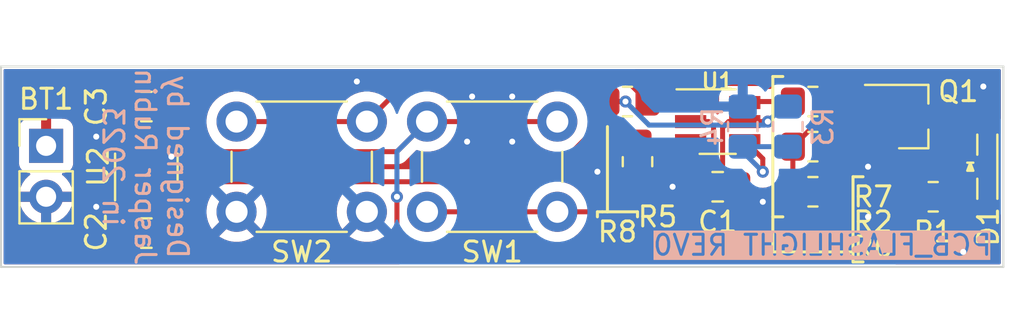
<source format=kicad_pcb>
(kicad_pcb (version 20221018) (generator pcbnew)
  (title_block (title "PCB_Flashlight") (rev "0") (company "Jasper Rubin"))
  (layers (0 "F.Cu" signal) (31 "B.Cu" signal) (34 "B.Paste" user) (35 "F.Paste" user) (36 "B.SilkS" user "B.Silkscreen") (37 "F.SilkS" user "F.Silkscreen") (38 "B.Mask" user) (39 "F.Mask" user) (44 "Edge.Cuts" user))
  (property "REVISION" "1")
  (net 0 "")
  (net 1 "+9V")
  (net 2 "GND")
  (net 3 "+5V")
  (net 4 "Net-(D1-K)")
  (net 5 "Net-(D1-A)")
  (net 6 "/LED_ON")
  (net 7 "Net-(U1-DIV)")
  (net 8 "Net-(U1-SET)")
  (net 9 "Net-(R6-Pad1)")
  (net 10 "Net-(U1-OUT)")
  (net 11 "/BLINK_nON")
  (footprint "Resistor_SMD:R_0805_2012Metric_Pad1.20x1.40mm_HandSolder" (layer "F.Cu") (at 90.5 146.25 180)
    (fp_text reference "R6" (at -3 -2.75) (layer "F.SilkS"))
    (fp_text value "10k")
    (fp_line (start -0.227064 -0.735) (end 0.227064 -0.735) (stroke (width 0.12)) (layer "F.SilkS"))
    (fp_line (start -0.227064 0.735) (end 0.227064 0.735) (stroke (width 0.12)) (layer "F.SilkS"))
    (pad "1" smd roundrect (at -1 0 180) (size 1.2 1.4) (layers "F.Cu" "F.Paste" "F.Mask") (roundrect_rratio 0.208333) (net 9 "Net-(R6-Pad1)"))
    (pad "2" smd roundrect (at 1 0 180) (size 1.2 1.4) (layers "F.Cu" "F.Paste" "F.Mask") (roundrect_rratio 0.208333) (net 6 "/LED_ON"))
  )
  (footprint "Capacitor_SMD:C_0805_2012Metric_Pad1.18x1.45mm_HandSolder" (layer "F.Cu") (at 57.25 148.3125 180)
    (fp_text reference "C2" (at 2.5 0.0625 90) (layer "F.SilkS"))
    (fp_text value "1u")
    (fp_line (start -0.261252 -0.735) (end 0.261252 -0.735) (stroke (width 0.12)) (layer "F.SilkS"))
    (fp_line (start -0.261252 0.735) (end 0.261252 0.735) (stroke (width 0.12)) (layer "F.SilkS"))
    (pad "1" smd roundrect (at -1.0375 0 180) (size 1.175 1.45) (layers "F.Cu" "F.Paste" "F.Mask") (roundrect_rratio 0.212766) (net 3 "+5V"))
    (pad "2" smd roundrect (at 1.0375 0 180) (size 1.175 1.45) (layers "F.Cu" "F.Paste" "F.Mask") (roundrect_rratio 0.212766) (net 2 "GND"))
  )
  (footprint "Connector_PinHeader_2.54mm:PinHeader_1x02_P2.54mm_Vertical" (layer "F.Cu") (at 52.25 143.96)
    (fp_text reference "BT1" (at 0 -2.33) (layer "F.SilkS"))
    (fp_text value "9V")
    (fp_line (start -1.33 -1.33) (end 0 -1.33) (stroke (width 0.12)) (layer "F.SilkS"))
    (fp_line (start -1.33 0) (end -1.33 -1.33) (stroke (width 0.12)) (layer "F.SilkS"))
    (fp_line (start -1.33 1.27) (end -1.33 3.87) (stroke (width 0.12)) (layer "F.SilkS"))
    (fp_line (start -1.33 1.27) (end 1.33 1.27) (stroke (width 0.12)) (layer "F.SilkS"))
    (fp_line (start -1.33 3.87) (end 1.33 3.87) (stroke (width 0.12)) (layer "F.SilkS"))
    (fp_line (start 1.33 1.27) (end 1.33 3.87) (stroke (width 0.12)) (layer "F.SilkS"))
    (pad "1" thru_hole rect (at 0 0) (size 1.7 1.7) (drill 1) (layers "*.Cu" "*.Mask") (net 1 "+9V"))
    (pad "2" thru_hole oval (at 0 2.54) (size 1.7 1.7) (drill 1) (layers "*.Cu" "*.Mask") (net 2 "GND"))
  )
  (footprint "Button_Switch_THT:SW_PUSH_6mm" (layer "F.Cu") (at 68.25 147.25 180)
    (fp_text reference "SW2" (at 3.25 -2) (layer "F.SilkS"))
    (fp_text value "BLINK")
    (fp_line (start -0.25 1.5) (end -0.25 3) (stroke (width 0.12)) (layer "F.SilkS"))
    (fp_line (start 1 5.5) (end 5.5 5.5) (stroke (width 0.12)) (layer "F.SilkS"))
    (fp_line (start 5.5 -1) (end 1 -1) (stroke (width 0.12)) (layer "F.SilkS"))
    (fp_line (start 6.75 3) (end 6.75 1.5) (stroke (width 0.12)) (layer "F.SilkS"))
    (pad "1" thru_hole circle (at 0 0 270) (size 2 2) (drill 1.1) (layers "*.Cu" "*.Mask") (net 2 "GND"))
    (pad "1" thru_hole circle (at 6.5 0 270) (size 2 2) (drill 1.1) (layers "*.Cu" "*.Mask") (net 2 "GND"))
    (pad "2" thru_hole circle (at 0 4.5 270) (size 2 2) (drill 1.1) (layers "*.Cu" "*.Mask") (net 11 "/BLINK_nON"))
    (pad "2" thru_hole circle (at 6.5 4.5 270) (size 2 2) (drill 1.1) (layers "*.Cu" "*.Mask") (net 11 "/BLINK_nON"))
  )
  (footprint "Resistor_SMD:R_0805_2012Metric_Pad1.20x1.40mm_HandSolder" (layer "F.Cu") (at 81.25 141.75)
    (fp_text reference "R8" (at -0.5 6.5) (layer "F.SilkS"))
    (fp_text value "100k")
    (fp_line (start -0.227064 -0.735) (end 0.227064 -0.735) (stroke (width 0.12)) (layer "F.SilkS"))
    (fp_line (start -0.227064 0.735) (end 0.227064 0.735) (stroke (width 0.12)) (layer "F.SilkS"))
    (pad "1" smd roundrect (at -1 0) (size 1.2 1.4) (layers "F.Cu" "F.Paste" "F.Mask") (roundrect_rratio 0.208333) (net 3 "+5V"))
    (pad "2" smd roundrect (at 1 0) (size 1.2 1.4) (layers "F.Cu" "F.Paste" "F.Mask") (roundrect_rratio 0.208333) (net 11 "/BLINK_nON"))
  )
  (footprint "FlashlightFootprints:5988340117F" (layer "F.Cu") (at 99.2 145 -90)
    (fp_text reference "D1" (at 3 -0.05 90 unlocked) (layer "F.SilkS"))
    (fp_text value "5988340117F")
    (fp_line (start -1.6 -0.5) (end 1.6 -0.5) (stroke (width 0.12)) (layer "F.SilkS"))
    (fp_line (start -0.6 0.5) (end -1.6 0.5) (stroke (width 0.12)) (layer "F.SilkS"))
    (fp_line (start -0.2 0.7) (end -0.2 1) (stroke (width 0.12)) (layer "F.SilkS"))
    (fp_line (start 1.6 0.5) (end 0.6 0.5) (stroke (width 0.12)) (layer "F.SilkS"))
    (fp_poly (pts (xy 0.2 0.7) (xy -0.2 0.85) (xy 0.2 1)) (stroke (width 0.12)) (fill solid) (layer "F.SilkS"))
    (pad "" smd rect (at 0 0.25 270) (size 0.9 0.6) (layers "F.Cu" "F.Paste" "F.Mask"))
    (pad "1" smd rect (at -1.5 0 270) (size 0.8 0.7) (layers "F.Cu" "F.Paste" "F.Mask") (net 4 "Net-(D1-K)"))
    (pad "2" smd rect (at 1.5 0 270) (size 0.8 0.7) (layers "F.Cu" "F.Paste" "F.Mask") (net 5 "Net-(D1-A)"))
  )
  (footprint "Package_TO_SOT_SMD:SOT-23_Handsoldering" (layer "F.Cu") (at 95.5 142.5)
    (fp_text reference "Q1" (at 2.25 -1.25) (layer "F.SilkS"))
    (fp_text value "T2N7002AK,LM")
    (fp_line (start 0.76 -1.58) (end -2.4 -1.58) (stroke (width 0.12)) (layer "F.SilkS"))
    (fp_line (start 0.76 -1.58) (end 0.76 -0.65) (stroke (width 0.12)) (layer "F.SilkS"))
    (fp_line (start 0.76 1.58) (end -0.7 1.58) (stroke (width 0.12)) (layer "F.SilkS"))
    (fp_line (start 0.76 1.58) (end 0.76 0.65) (stroke (width 0.12)) (layer "F.SilkS"))
    (pad "1" smd rect (at -1.5 -0.95) (size 1.9 0.8) (layers "F.Cu" "F.Paste" "F.Mask") (net 6 "/LED_ON"))
    (pad "2" smd rect (at -1.5 0.95) (size 1.9 0.8) (layers "F.Cu" "F.Paste" "F.Mask") (net 2 "GND"))
    (pad "3" smd rect (at 1.5 0) (size 1.9 0.8) (layers "F.Cu" "F.Paste" "F.Mask") (net 4 "Net-(D1-K)"))
  )
  (footprint "Package_TO_SOT_SMD:SOT-23" (layer "F.Cu") (at 57.25 145 90)
    (fp_text reference "U2" (at 0 -2.4 90) (layer "F.SilkS"))
    (fp_text value "MCP1799T-5002H/TT")
    (fp_line (start 0 -1.56) (end -1.675 -1.56) (stroke (width 0.12)) (layer "F.SilkS"))
    (fp_line (start 0 -1.56) (end 0.65 -1.56) (stroke (width 0.12)) (layer "F.SilkS"))
    (fp_line (start 0 1.56) (end -0.65 1.56) (stroke (width 0.12)) (layer "F.SilkS"))
    (fp_line (start 0 1.56) (end 0.65 1.56) (stroke (width 0.12)) (layer "F.SilkS"))
    (pad "1" smd roundrect (at -0.9375 -0.95 90) (size 1.475 0.6) (layers "F.Cu" "F.Paste" "F.Mask") (net 2 "GND"))
    (pad "2" smd roundrect (at -0.9375 0.95 90) (size 1.475 0.6) (layers "F.Cu" "F.Paste" "F.Mask") (net 3 "+5V"))
    (pad "3" smd roundrect (at 0.9375 0 90) (size 1.475 0.6) (layers "F.Cu" "F.Paste" "F.Mask") (net 1 "+9V"))
  )
  (footprint "Resistor_SMD:R_0805_2012Metric_Pad1.20x1.40mm_HandSolder" (layer "F.Cu") (at 90.5 141.75)
    (fp_text reference "R7" (at 3 4.75) (layer "F.SilkS"))
    (fp_text value "10k")
    (fp_line (start -0.227064 -0.735) (end 0.227064 -0.735) (stroke (width 0.12)) (layer "F.SilkS"))
    (fp_line (start -0.227064 0.735) (end 0.227064 0.735) (stroke (width 0.12)) (layer "F.SilkS"))
    (pad "1" smd roundrect (at -1 0) (size 1.2 1.4) (layers "F.Cu" "F.Paste" "F.Mask") (roundrect_rratio 0.208333) (net 10 "Net-(U1-OUT)"))
    (pad "2" smd roundrect (at 1 0) (size 1.2 1.4) (layers "F.Cu" "F.Paste" "F.Mask") (roundrect_rratio 0.208333) (net 6 "/LED_ON"))
  )
  (footprint "Capacitor_SMD:C_0805_2012Metric_Pad1.18x1.45mm_HandSolder" (layer "F.Cu") (at 85.75 146 180)
    (fp_text reference "C1" (at 0 -1.75) (layer "F.SilkS"))
    (fp_text value "0.1u")
    (fp_line (start -0.261252 -0.735) (end 0.261252 -0.735) (stroke (width 0.12)) (layer "F.SilkS"))
    (fp_line (start -0.261252 0.735) (end 0.261252 0.735) (stroke (width 0.12)) (layer "F.SilkS"))
    (pad "1" smd roundrect (at -1.0375 0 180) (size 1.175 1.45) (layers "F.Cu" "F.Paste" "F.Mask") (roundrect_rratio 0.212766) (net 3 "+5V"))
    (pad "2" smd roundrect (at 1.0375 0 180) (size 1.175 1.45) (layers "F.Cu" "F.Paste" "F.Mask") (roundrect_rratio 0.212766) (net 2 "GND"))
  )
  (footprint "Package_TO_SOT_SMD:SOT-23-6_Handsoldering" (layer "F.Cu") (at 85.75 142.75)
    (fp_text reference "U1" (at 0 -2) (layer "F.SilkS") (effects (font (size 0.8 0.8) (thickness 0.15) bold)))
    (fp_text value "LTC6995-1")
    (fp_line (start -0.9 1.61) (end 0.9 1.61) (stroke (width 0.12)) (layer "F.SilkS"))
    (fp_line (start 0.9 -1.61) (end -2.05 -1.61) (stroke (width 0.12)) (layer "F.SilkS"))
    (pad "1" smd rect (at -1.35 -0.95) (size 1.56 0.65) (layers "F.Cu" "F.Paste" "F.Mask") (net 11 "/BLINK_nON"))
    (pad "2" smd rect (at -1.35 0) (size 1.56 0.65) (layers "F.Cu" "F.Paste" "F.Mask") (net 2 "GND"))
    (pad "3" smd rect (at -1.35 0.95) (size 1.56 0.65) (layers "F.Cu" "F.Paste" "F.Mask") (net 8 "Net-(U1-SET)"))
    (pad "4" smd rect (at 1.35 0.95) (size 1.56 0.65) (layers "F.Cu" "F.Paste" "F.Mask") (net 7 "Net-(U1-DIV)"))
    (pad "5" smd rect (at 1.35 0) (size 1.56 0.65) (layers "F.Cu" "F.Paste" "F.Mask") (net 3 "+5V"))
    (pad "6" smd rect (at 1.35 -0.95) (size 1.56 0.65) (layers "F.Cu" "F.Paste" "F.Mask") (net 10 "Net-(U1-OUT)"))
  )
  (footprint "Resistor_SMD:R_0805_2012Metric_Pad1.20x1.40mm_HandSolder" (layer "F.Cu") (at 96.5 146.5)
    (fp_text reference "R1" (at 0 1.75) (layer "F.SilkS"))
    (fp_text value "390")
    (fp_line (start -0.227064 -0.735) (end 0.227064 -0.735) (stroke (width 0.12)) (layer "F.SilkS"))
    (fp_line (start -0.227064 0.735) (end 0.227064 0.735) (stroke (width 0.12)) (layer "F.SilkS"))
    (pad "1" smd roundrect (at -1 0) (size 1.2 1.4) (layers "F.Cu" "F.Paste" "F.Mask") (roundrect_rratio 0.208333) (net 1 "+9V"))
    (pad "2" smd roundrect (at 1 0) (size 1.2 1.4) (layers "F.Cu" "F.Paste" "F.Mask") (roundrect_rratio 0.208333) (net 5 "Net-(D1-A)"))
  )
  (footprint "Capacitor_SMD:C_0805_2012Metric_Pad1.18x1.45mm_HandSolder" (layer "F.Cu") (at 57.25 142 180)
    (fp_text reference "C3" (at 2.5 0 90) (layer "F.SilkS"))
    (fp_text value "1u")
    (fp_line (start -0.261252 -0.735) (end 0.261252 -0.735) (stroke (width 0.12)) (layer "F.SilkS"))
    (fp_line (start -0.261252 0.735) (end 0.261252 0.735) (stroke (width 0.12)) (layer "F.SilkS"))
    (pad "1" smd roundrect (at -1.0375 0 180) (size 1.175 1.45) (layers "F.Cu" "F.Paste" "F.Mask") (roundrect_rratio 0.212766) (net 1 "+9V"))
    (pad "2" smd roundrect (at 1.0375 0 180) (size 1.175 1.45) (layers "F.Cu" "F.Paste" "F.Mask") (roundrect_rratio 0.212766) (net 2 "GND"))
  )
  (footprint "Resistor_SMD:R_0805_2012Metric_Pad1.20x1.40mm_HandSolder" (layer "F.Cu") (at 81.75 144.75 -90)
    (fp_text reference "R5" (at 2.75 -1 -180) (layer "F.SilkS"))
    (fp_text value "763k")
    (fp_line (start -0.227064 -0.735) (end 0.227064 -0.735) (stroke (width 0.12)) (layer "F.SilkS"))
    (fp_line (start -0.227064 0.735) (end 0.227064 0.735) (stroke (width 0.12)) (layer "F.SilkS"))
    (pad "1" smd roundrect (at -1 0 270) (size 1.2 1.4) (layers "F.Cu" "F.Paste" "F.Mask") (roundrect_rratio 0.208333) (net 2 "GND"))
    (pad "2" smd roundrect (at 1 0 270) (size 1.2 1.4) (layers "F.Cu" "F.Paste" "F.Mask") (roundrect_rratio 0.208333) (net 8 "Net-(U1-SET)"))
  )
  (footprint "Resistor_SMD:R_0805_2012Metric_Pad1.20x1.40mm_HandSolder" (layer "F.Cu") (at 90.5 144)
    (fp_text reference "R2" (at 3 3.75) (layer "F.SilkS"))
    (fp_text value "100k")
    (fp_line (start -0.227064 -0.735) (end 0.227064 -0.735) (stroke (width 0.12)) (layer "F.SilkS"))
    (fp_line (start -0.227064 0.735) (end 0.227064 0.735) (stroke (width 0.12)) (layer "F.SilkS"))
    (pad "1" smd roundrect (at -1 0) (size 1.2 1.4) (layers "F.Cu" "F.Paste" "F.Mask") (roundrect_rratio 0.208333) (net 6 "/LED_ON"))
    (pad "2" smd roundrect (at 1 0) (size 1.2 1.4) (layers "F.Cu" "F.Paste" "F.Mask") (roundrect_rratio 0.208333) (net 2 "GND"))
  )
  (footprint "Button_Switch_THT:SW_PUSH_6mm" (layer "F.Cu") (at 71.25 142.75)
    (fp_text reference "SW1" (at 3.25 6.5) (layer "F.SilkS"))
    (fp_text value "ON")
    (fp_line (start -0.25 1.5) (end -0.25 3) (stroke (width 0.12)) (layer "F.SilkS"))
    (fp_line (start 1 5.5) (end 5.5 5.5) (stroke (width 0.12)) (layer "F.SilkS"))
    (fp_line (start 5.5 -1) (end 1 -1) (stroke (width 0.12)) (layer "F.SilkS"))
    (fp_line (start 6.75 3) (end 6.75 1.5) (stroke (width 0.12)) (layer "F.SilkS"))
    (pad "1" thru_hole circle (at 0 0 90) (size 2 2) (drill 1.1) (layers "*.Cu" "*.Mask") (net 1 "+9V"))
    (pad "1" thru_hole circle (at 6.5 0 90) (size 2 2) (drill 1.1) (layers "*.Cu" "*.Mask") (net 1 "+9V"))
    (pad "2" thru_hole circle (at 0 4.5 90) (size 2 2) (drill 1.1) (layers "*.Cu" "*.Mask") (net 9 "Net-(R6-Pad1)"))
    (pad "2" thru_hole circle (at 6.5 4.5 90) (size 2 2) (drill 1.1) (layers "*.Cu" "*.Mask") (net 9 "Net-(R6-Pad1)"))
  )
  (footprint "Resistor_SMD:R_0805_2012Metric_Pad1.20x1.40mm_HandSolder" (layer "B.Cu") (at 87 143 90)
    (fp_text reference "R4" (at 0 -1.5 90) (layer "B.SilkS") (effects (justify mirror)))
    (fp_text value "182k")
    (fp_line (start -0.227064 -0.735) (end 0.227064 -0.735) (stroke (width 0.12)) (layer "B.SilkS"))
    (fp_line (start -0.227064 0.735) (end 0.227064 0.735) (stroke (width 0.12)) (layer "B.SilkS"))
    (pad "1" smd roundrect (at -1 0 90) (size 1.2 1.4) (layers "B.Cu" "B.Paste" "B.Mask") (roundrect_rratio 0.208333) (net 7 "Net-(U1-DIV)"))
    (pad "2" smd roundrect (at 1 0 90) (size 1.2 1.4) (layers "B.Cu" "B.Paste" "B.Mask") (roundrect_rratio 0.208333) (net 2 "GND"))
  )
  (footprint "Resistor_SMD:R_0805_2012Metric_Pad1.20x1.40mm_HandSolder" (layer "B.Cu") (at 89.25 143 -90)
    (fp_text reference "R3" (at 0 -1.75 90) (layer "B.SilkS") (effects (justify mirror)))
    (fp_text value "976k")
    (fp_line (start -0.227064 -0.735) (end 0.227064 -0.735) (stroke (width 0.12)) (layer "B.SilkS"))
    (fp_line (start -0.227064 0.735) (end 0.227064 0.735) (stroke (width 0.12)) (layer "B.SilkS"))
    (pad "1" smd roundrect (at -1 0 270) (size 1.2 1.4) (layers "B.Cu" "B.Paste" "B.Mask") (roundrect_rratio 0.208333) (net 3 "+5V"))
    (pad "2" smd roundrect (at 1 0 270) (size 1.2 1.4) (layers "B.Cu" "B.Paste" "B.Mask") (roundrect_rratio 0.208333) (net 7 "Net-(U1-DIV)"))
  )
  (gr_line (start 80.25 147.25) (end 80.25 143) (stroke (width 0.15)) (layer "F.SilkS"))
  (gr_line (start 92.5 149.75) (end 93 149.75) (stroke (width 0.15)) (layer "F.SilkS"))
  (gr_line (start 88.5 149.25) (end 88.5 147.5) (stroke (width 0.15)) (layer "F.SilkS"))
  (gr_line (start 80 147.25) (end 79.75 147.25) (stroke (width 0.15)) (layer "F.SilkS"))
  (gr_line (start 89 140.5) (end 88.5 140.5) (stroke (width 0.15)) (layer "F.SilkS"))
  (gr_line (start 92.5 145.5) (end 92.5 149.75) (stroke (width 0.15)) (layer "F.SilkS"))
  (gr_line (start 92.5 149.25) (end 88.5 149.25) (stroke (width 0.15)) (layer "F.SilkS"))
  (gr_line (start 81.75 147.25) (end 81.75 147.5) (stroke (width 0.15)) (layer "F.SilkS"))
  (gr_line (start 93 145.5) (end 92.5 145.5) (stroke (width 0.15)) (layer "F.SilkS"))
  (gr_line (start 88.5 140.5) (end 88.5 147.5) (stroke (width 0.15)) (layer "F.SilkS"))
  (gr_line (start 88.5 147.5) (end 89 147.5) (stroke (width 0.15)) (layer "F.SilkS"))
  (gr_line (start 79.75 147.25) (end 79.75 147.5) (stroke (width 0.15)) (layer "F.SilkS"))
  (gr_line (start 80 147.25) (end 81.75 147.25) (stroke (width 0.15)) (layer "F.SilkS"))
  (gr_line (start 100 140) (end 50 140) (stroke (width 0.1)) (layer "Edge.Cuts"))
  (gr_line (start 50 150) (end 100 150) (stroke (width 0.1)) (layer "Edge.Cuts"))
  (gr_line (start 50 140) (end 50 150) (stroke (width 0.1)) (layer "Edge.Cuts"))
  (gr_line (start 100 150) (end 100 140) (stroke (width 0.1)) (layer "Edge.Cuts"))
  (gr_text "Designed by\nJasper Rubin\nin 2023" (at 55 145 270) (layer "B.SilkS") (effects (font (size 1 1)) (justify bottom mirror)))
  (gr_text "PCB_FLASHLIGHT REV0" (at 99.5 149.5) (layer "B.SilkS" knockout) (effects (font (size 1 1)) (justify left bottom mirror)))
  (segment (start 71.25 142.75) (end 77.75 142.75) (width 0.25) (layer "F.Cu") (net 1))
  (segment (start 57.25 144.0625) (end 57.25 144) (width 0.5) (layer "F.Cu") (net 1))
  (segment (start 59.5 144.25) (end 69.75 144.25) (width 0.25) (layer "F.Cu") (net 1))
  (segment (start 58.2875 142) (end 58.25 142.0375) (width 0.25) (layer "F.Cu") (net 1))
  (segment (start 58.25 143) (end 59.5 144.25) (width 0.25) (layer "F.Cu") (net 1))
  (segment (start 58.2875 142.9625) (end 58.2875 142) (width 0.5) (layer "F.Cu") (net 1))
  (segment (start 70.25 149.25) (end 94.25 149.25) (width 0.25) (layer "F.Cu") (net 1))
  (segment (start 58.25 142.0375) (end 58.25 143) (width 0.25) (layer "F.Cu") (net 1))
  (segment (start 94.25 149.25) (end 95.5 148) (width 0.25) (layer "F.Cu") (net 1))
  (segment (start 57.25 144) (end 58.2875 142.9625) (width 0.5) (layer "F.Cu") (net 1))
  (segment (start 69.75 144.25) (end 71.25 142.75) (width 0.25) (layer "F.Cu") (net 1))
  (segment (start 69.75 146.5) (end 69.75 148.75) (width 0.25) (layer "F.Cu") (net 1))
  (segment (start 53.5 140.5) (end 57.5 140.5) (width 0.5) (layer "F.Cu") (net 1))
  (segment (start 57.5 140.5) (end 58.2875 141.2875) (width 0.5) (layer "F.Cu") (net 1))
  (segment (start 58.2875 141.2875) (end 58.2875 142) (width 0.5) (layer "F.Cu") (net 1))
  (segment (start 95.5 148) (end 95.5 146.5) (width 0.25) (layer "F.Cu") (net 1))
  (segment (start 69.75 148.75) (end 70.25 149.25) (width 0.25) (layer "F.Cu") (net 1))
  (segment (start 52.25 143.96) (end 52.25 141.75) (width 0.5) (layer "F.Cu") (net 1))
  (segment (start 52.25 141.75) (end 53.5 140.5) (width 0.5) (layer "F.Cu") (net 1))
  (via (at 69.75 146.5) (size 0.6) (drill 0.3) (layers "F.Cu" "B.Cu") (net 1))
  (segment (start 69.75 144.25) (end 71.25 142.75) (width 0.25) (layer "B.Cu") (net 1))
  (segment (start 69.75 146.5) (end 69.75 144.25) (width 0.25) (layer "B.Cu") (net 1))
  (segment (start 85.545 143) (end 85.545 145.1675) (width 0.25) (layer "F.Cu") (net 2))
  (segment (start 85.545 145.1675) (end 84.7125 146) (width 0.25) (layer "F.Cu") (net 2))
  (segment (start 92.25 144.75) (end 92.75 144.75) (width 0.25) (layer "F.Cu") (net 2))
  (segment (start 93.7 143.75) (end 94 143.45) (width 0.25) (layer "F.Cu") (net 2))
  (segment (start 84.4 142.75) (end 85.295 142.75) (width 0.25) (layer "F.Cu") (net 2))
  (segment (start 91.5 144) (end 91.75 143.75) (width 0.25) (layer "F.Cu") (net 2))
  (segment (start 85.295 142.75) (end 85.545 143) (width 0.25) (layer "F.Cu") (net 2))
  (segment (start 91.5 144) (end 92.25 144.75) (width 0.25) (layer "F.Cu") (net 2))
  (segment (start 91.75 143.75) (end 93.7 143.75) (width 0.25) (layer "F.Cu") (net 2))
  (via (at 98 149.25) (size 0.6) (drill 0.3) (layers "F.Cu" "B.Cu") (net 2))
  (via (at 75.5 143.75) (size 0.6) (drill 0.3) (layers "F.Cu" "B.Cu") (net 2))
  (via (at 99 141) (size 0.6) (drill 0.3) (layers "F.Cu" "B.Cu") (net 2))
  (via (at 93.25 147.5) (size 0.6) (drill 0.3) (layers "F.Cu" "B.Cu") (net 2))
  (via (at 73.5 141.5) (size 0.6) (drill 0.3) (layers "F.Cu" "B.Cu") (net 2))
  (via (at 75.5 141.5) (size 0.6) (drill 0.3) (layers "F.Cu" "B.Cu") (net 2))
  (via (at 79.75 145.25) (size 0.6) (drill 0.3) (layers "F.Cu" "B.Cu") (net 2))
  (via (at 93.25 145) (size 0.6) (drill 0.3) (layers "F.Cu" "B.Cu") (net 2))
  (via (at 88 146.75) (size 0.6) (drill 0.3) (layers "F.Cu" "B.Cu") (net 2))
  (via (at 73.25 143.75) (size 0.6) (drill 0.3) (layers "F.Cu" "B.Cu") (net 2))
  (via (at 54.75 143.5) (size 0.6) (drill 0.3) (layers "F.Cu" "B.Cu") (net 2))
  (via (at 54.75 147) (size 0.6) (drill 0.3) (layers "F.Cu" "B.Cu") (net 2))
  (via (at 83.5 146) (size 0.6) (drill 0.3) (layers "F.Cu" "B.Cu") (net 2))
  (via (at 67.75 140.75) (size 0.6) (drill 0.3) (layers "F.Cu" "B.Cu") (net 2))
  (via (at 58.5 144.5) (size 0.6) (drill 0.3) (layers "F.Cu" "B.Cu") (net 2))
  (segment (start 86.295 142.75) (end 85.995 143.05) (width 0.25) (layer "F.Cu") (net 3))
  (segment (start 58.3875 145.75) (end 77 145.75) (width 0.25) (layer "F.Cu") (net 3))
  (segment (start 77 145.75) (end 80.25 142.5) (width 0.25) (layer "F.Cu") (net 3))
  (segment (start 80.25 142.5) (end 80.25 141.75) (width 0.25) (layer "F.Cu") (net 3))
  (segment (start 58.2875 146.025) (end 58.2 145.9375) (width 0.5) (layer "F.Cu") (net 3))
  (segment (start 58.2 145.9375) (end 58.3875 145.75) (width 0.25) (layer "F.Cu") (net 3))
  (segment (start 58.2875 148.3125) (end 58.2875 146.025) (width 0.5) (layer "F.Cu") (net 3))
  (segment (start 81.1505 141.75) (end 80.25 141.75) (width 0.25) (layer "F.Cu") (net 3))
  (segment (start 88.25 142.75) (end 87.1 142.75) (width 0.25) (layer "F.Cu") (net 3))
  (segment (start 85.995 143.05) (end 85.995 145.2075) (width 0.25) (layer "F.Cu") (net 3))
  (segment (start 87.1 142.75) (end 86.295 142.75) (width 0.25) (layer "F.Cu") (net 3))
  (segment (start 85.995 145.2075) (end 86.7875 146) (width 0.25) (layer "F.Cu") (net 3))
  (via (at 88.25 142.75) (size 0.6) (drill 0.3) (layers "F.Cu" "B.Cu") (net 3))
  (via (at 81.1505 141.75) (size 0.6) (drill 0.3) (layers "F.Cu" "B.Cu") (net 3))
  (segment (start 89 142) (end 88.25 142.75) (width 0.25) (layer "B.Cu") (net 3))
  (segment (start 82.3255 142.925) (end 81.1505 141.75) (width 0.25) (layer "B.Cu") (net 3))
  (segment (start 89.25 142) (end 89 142) (width 0.25) (layer "B.Cu") (net 3))
  (segment (start 88.25 142.75) (end 88.075 142.925) (width 0.25) (layer "B.Cu") (net 3))
  (segment (start 88.075 142.925) (end 82.3255 142.925) (width 0.25) (layer "B.Cu") (net 3))
  (segment (start 99.2 142.95) (end 99.2 143.5) (width 0.25) (layer "F.Cu") (net 4))
  (segment (start 98.75 142.5) (end 99.2 142.95) (width 0.25) (layer "F.Cu") (net 4))
  (segment (start 97 142.5) (end 98.75 142.5) (width 0.25) (layer "F.Cu") (net 4))
  (segment (start 99.2 146.5) (end 97.5 146.5) (width 0.25) (layer "F.Cu") (net 5))
  (segment (start 91.5 142) (end 91.5 141.75) (width 0.25) (layer "F.Cu") (net 6))
  (segment (start 92.5 141.75) (end 92.7 141.55) (width 0.25) (layer "F.Cu") (net 6))
  (segment (start 92.7 141.55) (end 94 141.55) (width 0.25) (layer "F.Cu") (net 6))
  (segment (start 89.5 144) (end 91.5 142) (width 0.25) (layer "F.Cu") (net 6))
  (segment (start 91.5 141.75) (end 92.5 141.75) (width 0.25) (layer "F.Cu") (net 6))
  (segment (start 89.5 144) (end 89.5 146.25) (width 0.25) (layer "F.Cu") (net 6))
  (segment (start 88 145.25) (end 88 144.6) (width 0.25) (layer "F.Cu") (net 7))
  (segment (start 88 144.6) (end 87.1 143.7) (width 0.25) (layer "F.Cu") (net 7))
  (via (at 88 145.25) (size 0.6) (drill 0.3) (layers "F.Cu" "B.Cu") (net 7))
  (segment (start 87 144) (end 87 144.25) (width 0.25) (layer "B.Cu") (net 7))
  (segment (start 87 144.25) (end 88 145.25) (width 0.25) (layer "B.Cu") (net 7))
  (segment (start 87 144) (end 89.25 144) (width 0.25) (layer "B.Cu") (net 7))
  (segment (start 84.4 143.7) (end 83.8 143.7) (width 0.25) (layer "F.Cu") (net 8))
  (segment (start 83.8 143.7) (end 81.75 145.75) (width 0.25) (layer "F.Cu") (net 8))
  (segment (start 77.75 147.25) (end 79.75 147.25) (width 0.25) (layer "F.Cu") (net 9))
  (segment (start 79.75 147.25) (end 80.25 147.75) (width 0.25) (layer "F.Cu") (net 9))
  (segment (start 90 147.75) (end 91.5 146.25) (width 0.25) (layer "F.Cu") (net 9))
  (segment (start 80.25 147.75) (end 90 147.75) (width 0.25) (layer "F.Cu") (net 9))
  (segment (start 71.25 147.25) (end 77.75 147.25) (width 0.25) (layer "F.Cu") (net 9))
  (segment (start 89.5 141.75) (end 87.15 141.75) (width 0.25) (layer "F.Cu") (net 10))
  (segment (start 87.15 141.75) (end 87.1 141.8) (width 0.25) (layer "F.Cu") (net 10))
  (segment (start 83.5 141.75) (end 82.25 141.75) (width 0.25) (layer "F.Cu") (net 11))
  (segment (start 70.5 140.5) (end 68.25 142.75) (width 0.25) (layer "F.Cu") (net 11))
  (segment (start 61.75 142.75) (end 68.25 142.75) (width 0.25) (layer "F.Cu") (net 11))
  (segment (start 82.25 141.75) (end 81 140.5) (width 0.25) (layer "F.Cu") (net 11))
  (segment (start 84.4 141.8) (end 83.55 141.8) (width 0.25) (layer "F.Cu") (net 11))
  (segment (start 81 140.5) (end 70.5 140.5) (width 0.25) (layer "F.Cu") (net 11))
  (segment (start 83.55 141.8) (end 83.5 141.75) (width 0.25) (layer "F.Cu") (net 11))
  (zone (net 2) (net_name "GND") (layers "F&B.Cu") (connect_pads (clearance 0.5)) (min_thickness 0.127) (fill yes (thermal_gap 0.5) (thermal_bridge_width 0.5))
    (polygon (pts (xy 50 140) (xy 50 150) (xy 100 150) (xy 100 140)))
  )
)
</source>
